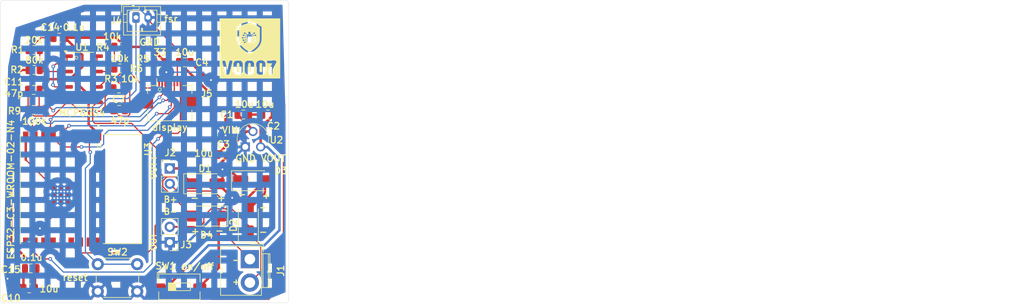
<source format=kicad_pcb>
(kicad_pcb (version 20241229) (generator "pcbnew") (generator_version "9.0")
  (title_block (title "BITE FORCE SENSORY SYSTEM") (date "2025-06-25") (rev "2") (company "VAARIDHI EDUCATIONAL PRODUCTS"))
  (layers (0 "F.Cu" signal) (2 "B.Cu" signal) (13 "F.Paste" user) (15 "B.Paste" user) (5 "F.SilkS" user "F.Silkscreen") (7 "B.SilkS" user "B.Silkscreen") (1 "F.Mask" user) (3 "B.Mask" user) (25 "Edge.Cuts" user))
  (net 0 "")
  (net 1 "/v")
  (net 2 "GND")
  (net 3 "/3.3")
  (net 4 "/3v3")
  (net 5 "Net-(U1C-+)")
  (net 6 "Net-(J4-Pin_1)")
  (net 7 "/v2")
  (net 8 "/V3")
  (net 9 "/+")
  (net 10 "/-")
  (net 11 "/RESET")
  (net 12 "/CS")
  (net 13 "/RS")
  (net 14 "/SDA")
  (net 15 "/SCL")
  (net 16 "Net-(J5-Pin_1)")
  (net 17 "/v0")
  (net 18 "Net-(U1D-+)")
  (net 19 "/en")
  (net 20 "Net-(U1D--)")
  (net 21 "/v1")
  (footprint "Package_SO:SOIC-14_3.9x8.7mm_P1.27mm" (layer "F.Cu") (at 100.46 88.186)
    (property "Reference" "U1" (at 0 -5.28 0) (layer "F.SilkS") (effects (font (size 1.1 1.1) (thickness 0.2) (bold yes))))
    (property "Value" "MCP6004" (at 0 5.542 0) (layer "F.SilkS") (effects (font (size 1.1 1.1) (thickness 0.2))))
    (pad "1" smd roundrect (at -2.475 -3.81) (size 1.95 0.6) (layers "F.Cu" "F.Mask" "F.Paste") (net 21 "/v1"))
    (pad "2" smd roundrect (at -2.475 -2.54) (size 1.95 0.6) (layers "F.Cu" "F.Mask" "F.Paste") (net 21 "/v1"))
    (pad "3" smd roundrect (at -2.475 -1.27) (size 1.95 0.6) (layers "F.Cu" "F.Mask" "F.Paste") (net 17 "/v0"))
    (pad "4" smd roundrect (at -2.475 0) (size 1.95 0.6) (layers "F.Cu" "F.Mask" "F.Paste") (net 4 "/3v3"))
    (pad "5" smd roundrect (at -2.475 1.27) (size 1.95 0.6) (layers "F.Cu" "F.Mask" "F.Paste") (net 21 "/v1"))
    (pad "6" smd roundrect (at -2.475 2.54) (size 1.95 0.6) (layers "F.Cu" "F.Mask" "F.Paste") (net 6 "Net-(J4-Pin_1)"))
    (pad "7" smd roundrect (at -2.475 3.81) (size 1.95 0.6) (layers "F.Cu" "F.Mask" "F.Paste") (net 7 "/v2"))
    (pad "8" smd roundrect (at 2.475 3.81) (size 1.95 0.6) (layers "F.Cu" "F.Mask" "F.Paste") (net 8 "/V3"))
    (pad "9" smd roundrect (at 2.475 2.54) (size 1.95 0.6) (layers "F.Cu" "F.Mask" "F.Paste") (net 8 "/V3"))
    (pad "10" smd roundrect (at 2.475 1.27) (size 1.95 0.6) (layers "F.Cu" "F.Mask" "F.Paste") (net 5 "Net-(U1C-+)"))
    (pad "11" smd roundrect (at 2.475 0) (size 1.95 0.6) (layers "F.Cu" "F.Mask" "F.Paste") (net 2 "GND"))
    (pad "12" smd roundrect (at 2.475 -1.27) (size 1.95 0.6) (layers "F.Cu" "F.Mask" "F.Paste") (net 18 "Net-(U1D-+)"))
    (pad "13" smd roundrect (at 2.475 -2.54) (size 1.95 0.6) (layers "F.Cu" "F.Mask" "F.Paste") (net 20 "Net-(U1D--)"))
    (pad "14" smd roundrect (at 2.475 -3.81) (size 1.95 0.6) (layers "F.Cu" "F.Mask" "F.Paste") (net 20 "Net-(U1D--)"))
  )
  (footprint "Capacitor_SMD:C_0805_2012Metric" (layer "F.Cu") (at 123.762 100.632)
    (property "Reference" "C3" (at 0 -1.68 0) (layer "F.SilkS") (effects (font (size 1.1 1.1) (thickness 0.2))))
    (property "Value" "10u" (at -3.232 -0.204 0) (layer "F.SilkS") (effects (font (size 1.1 1.1) (thickness 0.2))))
    (pad "1" smd roundrect (at -0.95 0) (size 1 1.45) (layers "F.Cu" "F.Mask" "F.Paste") (net 2 "GND"))
    (pad "2" smd roundrect (at 0.95 0) (size 1 1.45) (layers "F.Cu" "F.Mask" "F.Paste") (net 1 "/v"))
  )
  (footprint "Capacitor_SMD:C_0805_2012Metric" (layer "F.Cu") (at 127.064 94.028 180)
    (property "Reference" "C1" (at 2.734 0 0) (layer "F.SilkS") (effects (font (size 1.1 1.1) (thickness 0.2))))
    (property "Value" "10u" (at -0.166 1.7 0) (layer "F.SilkS") (effects (font (size 1.1 1.1) (thickness 0.2))))
    (pad "1" smd roundrect (at -0.95 0 180) (size 1 1.45) (layers "F.Cu" "F.Mask" "F.Paste") (net 2 "GND"))
    (pad "2" smd roundrect (at 0.95 0 180) (size 1 1.45) (layers "F.Cu" "F.Mask" "F.Paste") (net 1 "/v"))
  )
  (footprint "Capacitor_SMD:C_0805_2012Metric" (layer "F.Cu") (at 92.52 89.964 180)
    (property "Reference" "C11" (at 3.29 1.336 0) (layer "F.SilkS") (effects (font (size 1.1 1.1) (thickness 0.2))))
    (property "Value" "47p" (at 3.29 -0.564 0) (layer "F.SilkS") (effects (font (size 1.1 1.1) (thickness 0.2))))
    (pad "1" smd roundrect (at -0.95 0 180) (size 1 1.45) (layers "F.Cu" "F.Mask" "F.Paste") (net 6 "Net-(J4-Pin_1)"))
    (pad "2" smd roundrect (at 0.95 0 180) (size 1 1.45) (layers "F.Cu" "F.Mask" "F.Paste") (net 7 "/v2"))
  )
  (footprint "Connector_PinHeader_2.54mm:PinHeader_1x02_P2.54mm_Vertical" (layer "F.Cu") (at 114.938 115.115 180)
    (property "Reference" "J3" (at -2.692 -0.413 0) (layer "F.SilkS") (effects (font (size 1.1 1.1) (thickness 0.2))))
    (property "Value" "tp4056 pin" (hide yes))
    (pad "1" thru_hole rect (at 0 0 180) (size 1.7 1.7) (drill 1) (layers "*.Cu" "*.Mask") (net 2 "GND"))
    (pad "2" thru_hole circle (at 0 2.54 180) (size 1.7 1.7) (drill 1) (layers "*.Cu" "*.Mask") (net 10 "/-"))
  )
  (footprint "Resistor_SMD:R_0805_2012Metric" (layer "F.Cu") (at 113.3105 85.392)
    (property "Reference" "R5" (at -2.7805 -0.564 0) (layer "F.SilkS") (effects (font (size 1.1 1.1) (thickness 0.2))))
    (property "Value" "33" (at 0.0195 -1.664 0) (layer "F.SilkS") (effects (font (size 1.1 1.1) (thickness 0.2))))
    (pad "1" smd roundrect (at -0.9125 0) (size 1.025 1.4) (layers "F.Cu" "F.Mask" "F.Paste") (roundrect_rratio 0.243902) (net 16 "Net-(J5-Pin_1)"))
    (pad "2" smd roundrect (at 0.9125 0) (size 1.025 1.4) (layers "F.Cu" "F.Mask" "F.Paste") (roundrect_rratio 0.243902) (net 4 "/3v3"))
  )
  (footprint "Resistor_SMD:R_0805_2012Metric" (layer "F.Cu") (at 106.7065 82.852)
    (property "Reference" "R4" (at -2.7765 0.076 0) (layer "F.SilkS") (effects (font (size 1.1 1.1) (thickness 0.2) (bold yes))))
    (property "Value" "10k" (at -1.2765 -1.724 0) (layer "F.SilkS") (effects (font (size 1.1 1.1) (thickness 0.2))))
    (pad "1" smd roundrect (at -0.9125 0) (size 1.025 1.4) (layers "F.Cu" "F.Mask" "F.Paste") (roundrect_rratio 0.243902) (net 18 "Net-(U1D-+)"))
    (pad "2" smd roundrect (at 0.9125 0) (size 1.025 1.4) (layers "F.Cu" "F.Mask" "F.Paste") (roundrect_rratio 0.243902) (net 4 "/3v3"))
  )
  (footprint "Capacitor_SMD:C_0805_2012Metric" (layer "F.Cu") (at 106.5935 93.266 180)
    (property "Reference" "C7" (at 0.0635 1.738 0) (layer "F.SilkS") (effects (font (size 1.1 1.1) (thickness 0.2))))
    (property "Value" "47p" (at -0.1365 -1.762 0) (layer "F.SilkS") (effects (font (size 1.1 1.1) (thickness 0.2))))
    (pad "1" smd roundrect (at -0.95 0 180) (size 1 1.45) (layers "F.Cu" "F.Mask" "F.Paste") (net 5 "Net-(U1C-+)"))
    (pad "2" smd roundrect (at 0.95 0 180) (size 1 1.45) (layers "F.Cu" "F.Mask" "F.Paste") (net 2 "GND"))
  )
  (footprint "Connector_PinHeader_2.54mm:PinHeader_1x02_P2.54mm_Vertical" (layer "F.Cu") (at 114.938 102.918)
    (property "Reference" "J2" (at 0.092 -2.59 0) (layer "F.SilkS") (effects (font (size 1.1 1.1) (thickness 0.2))))
    (property "Value" "tp4056 pin" (hide yes))
    (pad "1" thru_hole rect (at 0 0) (size 1.7 1.7) (drill 1) (layers "*.Cu" "*.Mask") (net 1 "/v"))
    (pad "2" thru_hole circle (at 0 2.54) (size 1.7 1.7) (drill 1) (layers "*.Cu" "*.Mask") (net 9 "/+"))
  )
  (footprint "Button_Switch_SMD:SW_DIP_SPSTx01_Slide_6.7x4.1mm_W6.73mm_P2.54mm_LowProfile_JPin" (layer "F.Cu") (at 116.525 122.476)
    (property "Reference" "SW1" (at -2.267 -3.448 0) (layer "F.SilkS") (effects (font (size 1.1 1.1) (thickness 0.2))))
    (property "Value" "on/off" (at 3.005 -3.348 0) (layer "F.SilkS") (effects (font (size 1.1 1.1) (thickness 0.2))))
    (pad "1" smd roundrect (at -3.365 0) (size 2.16 1.12) (layers "F.Cu" "F.Mask" "F.Paste") (roundrect_rratio 0.223214) (net 3 "/3.3"))
    (pad "2" smd roundrect (at 3.365 0) (size 2.16 1.12) (layers "F.Cu" "F.Mask" "F.Paste") (roundrect_rratio 0.223214) (net 4 "/3v3"))
  )
  (footprint "Capacitor_SMD:C_0805_2012Metric" (layer "F.Cu") (at 117.412 85.392 180)
    (property "Reference" "C4" (at -2.818 -0.036 0) (layer "F.SilkS") (effects (font (size 1.1 1.1) (thickness 0.2))))
    (property "Value" "10u" (at 0 1.68 0) (layer "F.SilkS") (effects (font (size 1.1 1.1) (thickness 0.2))))
    (pad "1" smd roundrect (at -0.95 0 180) (size 1 1.45) (layers "F.Cu" "F.Mask" "F.Paste") (net 2 "GND"))
    (pad "2" smd roundrect (at 0.95 0 180) (size 1 1.45) (layers "F.Cu" "F.Mask" "F.Paste") (net 4 "/3v3"))
  )
  (footprint "Resistor_SMD:R_0805_2012Metric" (layer "F.Cu") (at 106.556 89.71)
    (property "Reference" "R3" (at -1.326 -1.582 0) (layer "F.SilkS") (effects (font (size 1.1 1.1) (thickness 0.2))))
    (property "Value" "10k" (at 1.874 -1.582 0) (layer "F.SilkS") (effects (font (size 1.1 1.1) (thickness 0.2))))
    (pad "1" smd roundrect (at -0.9125 0) (size 1.025 1.4) (layers "F.Cu" "F.Mask" "F.Paste") (roundrect_rratio 0.243902) (net 7 "/v2"))
    (pad "2" smd roundrect (at 0.9125 0) (size 1.025 1.4) (layers "F.Cu" "F.Mask" "F.Paste") (roundrect_rratio 0.243902) (net 5 "Net-(U1C-+)"))
  )
  (footprint "Diode_SMD:D_SMA" (layer "F.Cu") (at 127.892 111.586 90)
    (property "Reference" "D2" (at -0.742 -2.462 90) (layer "F.SilkS") (effects (font (size 1.1 1.1) (thickness 0.2))))
    (property "Value" "D_Schottky" (hide yes))
    (pad "1" smd roundrect (at -2 0 90) (size 2.5 1.8) (layers "F.Cu" "F.Mask" "F.Paste") (roundrect_rratio 0.1388888889) (net 9 "/+"))
    (pad "2" smd roundrect (at 2 0 90) (size 2.5 1.8) (layers "F.Cu" "F.Mask" "F.Paste") (roundrect_rratio 0.1388888889) (net 2 "GND"))
  )
  (footprint "Diode_SMD:D_SMA" (layer "F.Cu") (at 120.748 105.458)
    (property "Reference" "D1" (at 0 -2.5 0) (layer "F.SilkS") (effects (font (size 1.1 1.1) (thickness 0.2))))
    (property "Value" "D_Schottky" (hide yes))
    (pad "1" smd roundrect (at -2 0) (size 2.5 1.8) (layers "F.Cu" "F.Mask" "F.Paste") (roundrect_rratio 0.1388888889) (net 8 "/V3"))
    (pad "2" smd roundrect (at 2 0) (size 2.5 1.8) (layers "F.Cu" "F.Mask" "F.Paste") (roundrect_rratio 0.1388888889) (net 2 "GND"))
  )
  (footprint "Capacitor_SMD:C_0805_2012Metric" (layer "F.Cu") (at 91.758 122.73)
    (property "Reference" "C10" (at -3.028 1.598 0) (layer "F.SilkS") (effects (font (size 1.1 1.1) (thickness 0.2))))
    (property "Value" "10u" (at 3.272 0.098 0) (layer "F.SilkS") (effects (font (size 1.1 1.1) (thickness 0.2))))
    (pad "1" smd roundrect (at -0.95 0) (size 1 1.45) (layers "F.Cu" "F.Mask" "F.Paste") (net 2 "GND"))
    (pad "2" smd roundrect (at 0.95 0) (size 1 1.45) (layers "F.Cu" "F.Mask" "F.Paste") (net 4 "/3v3"))
  )
  (footprint "Resistor_SMD:R_0805_2012Metric" (layer "F.Cu") (at 106.7065 86.408 180)
    (property "Reference" "R6" (at -2.7235 -0.02 0) (layer "F.SilkS") (effects (font (size 1.1 1.1) (thickness 0.2))))
    (property "Value" "10k" (at 0 1.65 0) (layer "F.SilkS") (effects (font (size 1.1 1.1) (thickness 0.2))))
    (pad "1" smd roundrect (at -0.9125 0 180) (size 1.025 1.4) (layers "F.Cu" "F.Mask" "F.Paste") (roundrect_rratio 0.243902) (net 2 "GND"))
    (pad "2" smd roundrect (at 0.9125 0 180) (size 1.025 1.4) (layers "F.Cu" "F.Mask" "F.Paste") (roundrect_rratio 0.243902) (net 18 "Net-(U1D-+)"))
  )
  (footprint "Diode_SMD:D_SMA" (layer "F.Cu") (at 121.002 110.792 180)
    (property "Reference" "D4" (at -0.028 -3.136 0) (layer "F.SilkS") (effects (font (size 1.1 1.1) (thickness 0.2))))
    (property "Value" "D_Schottky" (hide yes))
    (pad "1" smd roundrect (at -2 0 180) (size 2.5 1.8) (layers "F.Cu" "F.Mask" "F.Paste") (roundrect_rratio 0.1388888889) (net 4 "/3v3"))
    (pad "2" smd roundrect (at 2 0 180) (size 2.5 1.8) (layers "F.Cu" "F.Mask" "F.Paste") (roundrect_rratio 0.1388888889) (net 8 "/V3"))
  )
  (footprint "Resistor_SMD:R_0805_2012Metric" (layer "F.Cu") (at 92.586 86.662)
    (property "Reference" "R2" (at -2.856 -0.034 0) (layer "F.SilkS") (effects (font (size 1.1 1.1) (thickness 0.2))))
    (property "Value" "80k" (at 0.044 -1.634 0) (layer "F.SilkS") (effects (font (size 1.1 1.1) (thickness 0.2))))
    (pad "1" smd roundrect (at -0.9125 0) (size 1.025 1.4) (layers "F.Cu" "F.Mask" "F.Paste") (roundrect_rratio 0.243902) (net 4 "/3v3"))
    (pad "2" smd roundrect (at 0.9125 0) (size 1.025 1.4) (layers "F.Cu" "F.Mask" "F.Paste") (roundrect_rratio 0.243902) (net 17 "/v0"))
  )
  (footprint "Button_Switch_THT:SW_PUSH_6mm" (layer "F.Cu") (at 103.063 118.738)
    (property "Reference" "SW2" (at 3.25 -2 0) (layer "F.SilkS") (effects (font (size 1.1 1.1) (thickness 0.2))))
    (property "Value" "reset" (at -3.733 2.19 0) (layer "F.SilkS") (effects (font (size 1.1 1.1) (thickness 0.2))))
    (pad "1" thru_hole circle (at 0 0 90) (size 2 2) (drill 1.1) (layers "*.Cu" "*.Mask") (net 19 "/en"))
    (pad "1" thru_hole circle (at 6.5 0 90) (size 2 2) (drill 1.1) (layers "*.Cu" "*.Mask") (net 19 "/en"))
    (pad "2" thru_hole circle (at 0 4.5 90) (size 2 2) (drill 1.1) (layers "*.Cu" "*.Mask") (net 2 "GND"))
    (pad "2" thru_hole circle (at 6.5 4.5 90) (size 2 2) (drill 1.1) (layers "*.Cu" "*.Mask") (net 2 "GND"))
  )
  (footprint "Capacitor_SMD:C_0805_2012Metric" (layer "F.Cu") (at 96.716 81.328 180)
    (property "Reference" "C14" (at 1.486 1.7 0) (layer "F.SilkS") (effects (font (size 1.1 1.1) (thickness 0.2))))
    (property "Value" "0.1u" (at -2.414 1.7 0) (layer "F.SilkS") (effects (font (size 1.1 1.1) (thickness 0.2))))
    (pad "1" smd roundrect (at -0.95 0 180) (size 1 1.45) (layers "F.Cu" "F.Mask" "F.Paste") (net 4 "/3v3"))
    (pad "2" smd roundrect (at 0.95 0 180) (size 1 1.45) (layers "F.Cu" "F.Mask" "F.Paste") (net 2 "GND"))
  )
  (footprint "Diode_SMD:D_SMA" (layer "F.Cu") (at 128.622 104.95)
    (property "Reference" "D3" (at 4.608 -1.65 0) (layer "F.SilkS") (effects (font (size 1.1 1.1) (thickness 0.2))))
    (property "Value" "D_Zener" (hide yes))
    (pad "1" smd roundrect (at -2 0) (size 2.5 1.8) (layers "F.Cu" "F.Mask" "F.Paste") (roundrect_rratio 0.1388888889) (net 1 "/v"))
    (pad "2" smd roundrect (at 2 0) (size 2.5 1.8) (layers "F.Cu" "F.Mask" "F.Paste") (roundrect_rratio 0.1388888889) (net 2 "GND"))
  )
  (footprint "Capacitor_SMD:C_0805_2012Metric" (layer "F.Cu") (at 92.012 119.428)
    (property "Reference" "C15" (at -3.282 0.2 0) (layer "F.SilkS") (effects (font (size 1.1 1.1) (thickness 0.2))))
    (property "Value" "0.1u" (at 0.118 -1.8 0) (layer "F.SilkS") (effects (font (size 1.1 1.1) (thickness 0.2))))
    (pad "1" smd roundrect (at -0.95 0) (size 1 1.45) (layers "F.Cu" "F.Mask" "F.Paste") (net 2 "GND"))
    (pad "2" smd roundrect (at 0.95 0) (size 1 1.45) (layers "F.Cu" "F.Mask" "F.Paste") (net 4 "/3v3"))
  )
  (footprint "Connector:JWT_A3963_1x02_P3.96mm_Vertical" (layer "F.Cu") (at 128.146 117.904 -90)
    (property "Reference" "J1" (at 1.91 -5.08 90) (layer "F.SilkS") (effects (font (size 1.1 1.1) (thickness 0.2))))
    (property "Value" "lipo bat" (hide yes))
    (pad "1" thru_hole rect (at 0 0 270) (size 3 3) (drill 1.75) (layers "*.Cu" "*.Mask") (net 10 "/-"))
    (pad "2" thru_hole circle (at 3.88 0 270) (size 3 3) (drill 1.75) (layers "*.Cu" "*.Mask") (net 9 "/+"))
  )
  (footprint "v0007 d:v0007d logo.pretty" (layer "F.Cu") (at 128.146 83.106)
    (property "Reference" "G***" (hide yes))
    (property "Value" "LOGO" (hide yes))
  )
  (footprint "mcp1700:TO127P254X495-3" (layer "F.Cu") (at 129.924 96.822)
    (property "Reference" "U2" (at 2.606 1.406 0) (layer "F.SilkS") (effects (font (size 1.1 1.1) (thickness 0.2))))
    (property "Value" "MCP1700-3302E_TO")
    (pad "1" thru_hole rect (at -2.54 2.54) (size 1.4986 1.4986) (drill 0.9906) (layers "*.Cu" "*.Mask") (net 2 "GND"))
    (pad "2" thru_hole circle (at -1.27 0) (size 1.4986 1.4986) (drill 0.9906) (layers "*.Cu" "*.Mask") (net 1 "/v"))
    (pad "3" thru_hole circle (at 0 2.54) (size 1.4986 1.4986) (drill 0.9906) (layers "*.Cu" "*.Mask") (net 3 "/3.3"))
  )
  (footprint "Resistor_SMD:R_0805_2012Metric" (layer "F.Cu") (at 92.586 83.36 180)
    (property "Reference" "R1" (at 2.756 0.032 0) (layer "F.SilkS") (effects (font (size 1.1 1.1) (thickness 0.2))))
    (property "Value" "20k" (at 0.056 1.632 0) (layer "F.SilkS") (effects (font (size 1.1 1.1) (thickness 0.2))))
    (pad "1" smd roundrect (at -0.9125 0 180) (size 1.025 1.4) (layers "F.Cu" "F.Mask" "F.Paste") (roundrect_rratio 0.243902) (net 17 "/v0"))
    (pad "2" smd roundrect (at 0.9125 0 180) (size 1.025 1.4) (layers "F.Cu" "F.Mask" "F.Paste") (roundrect_rratio 0.243902) (net 2 "GND"))
  )
  (footprint "connec:Hirose_FH12-8S-0.5SH_1x08-1MP_P0.50mm_Horizontal" (layer "F.Cu") (at 114.938 90.538)
    (property "Reference" "J5" (at 6.092 0.04 0) (layer "F.SilkS") (effects (font (size 1.1 1.1) (thickness 0.2))))
    (property "Value" "display" (at 0 5.6 0) (layer "F.SilkS") (effects (font (size 1.1 1.1) (thickness 0.2))))
    (pad "1" smd rect (at -1.75 -1.85) (size 0.3 1.3) (layers "F.Cu" "F.Mask" "F.Paste") (net 16 "Net-(J5-Pin_1)"))
    (pad "2" smd rect (at -1.25 -1.85) (size 0.3 1.3) (layers "F.Cu" "F.Mask" "F.Paste") (net 2 "GND"))
    (pad "3" smd rect (at -0.75 -1.85) (size 0.3 1.3) (layers "F.Cu" "F.Mask" "F.Paste") (net 11 "/RESET"))
    (pad "4" smd rect (at -0.25 -1.85) (size 0.3 1.3) (layers "F.Cu" "F.Mask" "F.Paste") (net 13 "/RS"))
    (pad "5" smd rect (at 0.25 -1.85) (size 0.3 1.3) (layers "F.Cu" "F.Mask" "F.Paste") (net 14 "/SDA"))
    (pad "6" smd rect (at 0.75 -1.85) (size 0.3 1.3) (layers "F.Cu" "F.Mask" "F.Paste") (net 15 "/SCL"))
    (pad "7" smd rect (at 1.25 -1.85) (size 0.3 1.3) (layers "F.Cu" "F.Mask" "F.Paste") (net 4 "/3v3"))
    (pad "8" smd rect (at 1.75 -1.85) (size 0.3 1.3) (layers "F.Cu" "F.Mask" "F.Paste") (net 12 "/CS"))
    (pad "MP" smd rect (at -3.65 1.4) (size 1.8 2.2) (layers "F.Cu" "F.Mask" "F.Paste"))
    (pad "MP" smd rect (at 3.65 1.4) (size 1.8 2.2) (layers "F.Cu" "F.Mask" "F.Paste"))
  )
  (footprint "Capacitor_SMD:C_0805_2012Metric" (layer "F.Cu") (at 131.128 94.028 180)
    (property "Reference" "C2" (at -0.902 -1.9 0) (layer "F.SilkS") (effects (font (size 1.1 1.1) (thickness 0.2))))
    (property "Value" "10u" (at 0.498 1.7 0) (layer "F.SilkS") (effects (font (size 1.1 1.1) (thickness 0.2))))
    (pad "1" smd roundrect (at -0.95 0 180) (size 1 1.45) (layers "F.Cu" "F.Mask" "F.Paste") (net 3 "/3.3"))
    (pad "2" smd roundrect (at 0.95 0 180) (size 1 1.45) (layers "F.Cu" "F.Mask" "F.Paste") (net 2 "GND"))
  )
  (footprint "Library:MODULE_ESP32-C3-WROOM-02-H4" (layer "F.Cu") (at 100.292 106.334 -90)
    (property "Reference" "U3" (at -6.575 -11.085 90) (layer "F.SilkS") (effects (font (size 1.1 1.1) (thickness 0.2))))
    (property "Value" "ESP32-C3-WROOM-02-N4" (at 0.094 11.562 90) (layer "F.SilkS") (effects (font (size 1.1 1.1) (thickness 0.2))))
    (pad "1" smd rect (at -8.75 -2.9 270) (size 1.5 0.9) (layers "F.Cu" "F.Mask" "F.Paste") (net 4 "/3v3"))
    (pad "2" smd rect (at -8.75 -1.4 270) (size 1.5 0.9) (layers "F.Cu" "F.Mask" "F.Paste") (net 19 "/en"))
    (pad "3" smd rect (at -8.75 0.1 270) (size 1.5 0.9) (layers "F.Cu" "F.Mask" "F.Paste"))
    (pad "4" smd rect (at -8.75 1.6 270) (size 1.5 0.9) (layers "F.Cu" "F.Mask" "F.Paste"))
    (pad "5" smd rect (at -8.75 3.1 270) (size 1.5 0.9) (layers "F.Cu" "F.Mask" "F.Paste") (net 15 "/SCL"))
    (pad "6" smd rect (at -8.75 4.6 270) (size 1.5 0.9) (layers "F.Cu" "F.Mask" "F.Paste") (net 14 "/SDA"))
    (pad "7" smd rect (at -8.75 6.1 270) (size 1.5 0.9) (layers "F.Cu" "F.Mask" "F.Paste") (net 11 "/RESET"))
    (pad "8" smd rect (at -8.75 7.6 270) (size 1.5 0.9) (layers "F.Cu" "F.Mask" "F.Paste") (net 13 "/RS"))
    (pad "9" smd rect (at -8.75 9.1 270) (size 1.5 0.9) (layers "F.Cu" "F.Mask" "F.Paste") (net 2 "GND"))
    (pad "10" smd rect (at 8.75 9.1 270) (size 1.5 0.9) (layers "F.Cu" "F.Mask" "F.Paste") (net 12 "/CS"))
    (pad "11" smd rect (at 8.75 7.6 270) (size 1.5 0.9) (layers "F.Cu" "F.Mask" "F.Paste"))
    (pad "12" smd rect (at 8.75 6.1 270) (size 1.5 0.9) (layers "F.Cu" "F.Mask" "F.Paste"))
    (pad "13" smd rect (at 8.75 4.6 270) (size 1.5 0.9) (layers "F.Cu" "F.Mask" "F.Paste"))
    (pad "14" smd rect (at 8.75 3.1 270) (size 1.5 0.9) (layers "F.Cu" "F.Mask" "F.Paste"))
    (pad "15" smd rect (at 8.75 1.6 270) (size 1.5 0.9) (layers "F.Cu" "F.Mask" "F.Paste") (net 8 "/V3"))
    (pad "16" smd rect (at 8.75 0.1 270) (size 1.5 0.9) (layers "F.Cu" "F.Mask" "F.Paste"))
    (pad "17" smd rect (at 8.75 -1.4 270) (size 1.5 0.9) (layers "F.Cu" "F.Mask" "F.Paste"))
    (pad "18" smd rect (at 8.75 -2.9 270) (size 1.5 0.9) (layers "F.Cu" "F.Mask" "F.Paste"))
    (pad "19" smd rect (at -0.14 2.2 270) (size 0.7 0.7) (layers "F.Cu" "F.Mask" "F.Paste") (net 2 "GND"))
    (pad "20" smd rect (at 0.96 2.2 270) (size 0.7 0.7) (layers "F.Cu" "F.Mask" "F.Paste") (net 2 "GND"))
    (pad "21" smd rect (at 2.06 2.2 270) (size 0.7 0.7) (layers "F.Cu" "F.Mask" "F.Paste") (net 2 "GND"))
    (pad "22" smd rect (at -0.14 3.3 270) (size 0.7 0.7) (layers "F.Cu" "F.Mask" "F.Paste") (net 2 "GND"))
    (pad "23" smd rect (at 0.96 3.3 270) (size 0.7 0.7) (layers "F.Cu" "F.Mask" "F.Paste") (net 2 "GND"))
    (pad "24" smd rect (at 2.06 3.3 270) (size 0.7 0.7) (layers "F.Cu" "F.Mask" "F.Paste") (net 2 "GND"))
    (pad "25" smd rect (at -0.14 4.4 270) (size 0.7 0.7) (layers "F.Cu" "F.Mask" "F.Paste") (net 2 "GND"))
    (pad "26" smd rect (at 0.96 4.4 270) (size 0.7 0.7) (layers "F.Cu" "F.Mask" "F.Paste") (net 2 "GND"))
    (pad "27" smd rect (at 2.06 4.4 270) (size 0.7 0.7) (layers "F.Cu" "F.Mask" "F.Paste") (net 2 "GND"))
    (pad "28" thru_hole circle (at 0.41 2.2 270) (size 0.6 0.6) (drill 0.3) (layers "*.Cu") (net 2 "GND"))
    (pad "29" thru_hole circle (at 1.51 2.2 270) (size 0.6 0.6) (drill 0.3) (layers "*.Cu") (net 2 "GND"))
    (pad "30" thru_hole circle (at -0.14 2.75 270) (size 0.6 0.6) (drill 0.3) (layers "*.Cu") (net 2 "GND"))
    (pad "31" thru_hole circle (at 0.96 2.75 270) (size 0.6 0.6) (drill 0.3) (layers "*.Cu") (net 2 "GND"))
    (pad "32" thru_hole circle (at 2.06 2.75 270) (size 0.6 0.6) (drill 0.3) (layers "*.Cu") (net 2 "GND"))
    (pad "33" thru_hole circle (at 0.41 3.3 270) (size 0.6 0.6) (drill 0.3) (layers "*.Cu") (net 2 "GND"))
    (pad "34" thru_hole circle (at 1.51 3.3 270) (size 0.6 0.6) (drill 0.3) (layers "*.Cu") (net 2 "GND"))
    (pad "35" thru_hole circle (at -0.14 3.85 270) (size 0.6 0.6) (drill 0.3) (layers "*.Cu") (net 2 "GND"))
    (pad "36" thru_hole circle (at 0.96 3.85 270) (size 0.6 0.6) (drill 0.3) (layers "*.Cu") (net 2 "GND"))
    (pad "37" thru_hole circle (at 2.06 3.85 270) (size 0.6 0.6) (drill 0.3) (layers "*.Cu") (net 2 "GND"))
    (pad "38" thru_hole circle (at 0.41 4.4 270) (size 0.6 0.6) (drill 0.3) (layers "*.Cu") (net 2 "GND"))
    (pad "39" thru_hole circle (at 1.51 4.4 270) (size 0.6 0.6) (drill 0.3) (layers "*.Cu") (net 2 "GND"))
    (zone (net 0) (net_name "") (layer "B.Cu") (connect_pads (clearance 0)) (min_thickness 0.01)
      (keepout (tracks not_allowed) (vias not_allowed) (pads not_allowed) (copperpour not_allowed) (footprints allowed))
      (fill (thermal_gap 0.508) (thermal_bridge_width 0.508))
      (polygon (pts (xy 110.292 97.334) (xy 110.292 115.334) (xy 104.292 115.334) (xy 104.292 97.334)))
    )
  )
  (footprint "Resistor_SMD:R_0805_2012Metric" (layer "F.Cu") (at 92.4825 93.266 180)
    (property "Reference" "R9" (at 3.1525 -0.162 0) (layer "F.SilkS") (effects (font (size 1.1 1.1) (thickness 0.2))))
    (property "Value" "100k" (at -0.1475 -1.862 0) (layer "F.SilkS") (effects (font (size 1.1 1.1) (thickness 0.2))))
    (pad "1" smd roundrect (at -0.9125 0 180) (size 1.025 1.4) (layers "F.Cu" "F.Mask" "F.Paste") (roundrect_rratio 0.243902) (net 6 "Net-(J4-Pin_1)"))
    (pad "2" smd roundrect (at 0.9125 0 180) (size 1.025 1.4) (layers "F.Cu" "F.Mask" "F.Paste") (roundrect_rratio 0.243902) (net 7 "/v2"))
  )
  (footprint "Connector_JST:JST_PH_B2B-PH-K_1x02_P2.00mm_Vertical" (layer "F.Cu") (at 109.366 77.984)
    (property "Reference" "J4" (at -3.236 0.544 0) (layer "F.SilkS") (effects (font (size 1.1 1.1) (thickness 0.2))))
    (property "Value" "fsr" (at 5.764 0.244 0) (layer "F.SilkS") (effects (font (size 1.1 1.1) (thickness 0.2))))
    (pad "1" thru_hole roundrect (at 0 0) (size 1.2 1.75) (drill 0.75) (layers "*.Cu" "*.Mask") (roundrect_rratio 0.208333) (net 6 "Net-(J4-Pin_1)"))
    (pad "2" thru_hole oval (at 2 0) (size 1.2 1.75) (drill 0.75) (layers "*.Cu" "*.Mask") (net 2 "GND"))
  )
  (gr_circle (center 113.28 89.878) (end 113.03 89.878) (stroke (width 0.1)) (fill no) (layer "F.SilkS"))
  (gr_circle (center 99.53 84.628) (end 99.53 84.378) (stroke (width 0.1)) (fill no) (layer "F.SilkS"))
  (gr_circle (center 103.28 99.128) (end 103.03 99.378) (stroke (width 0.1)) (fill no) (layer "F.SilkS"))
  (gr_arc (start 87.03 75.628) (mid 87.176447 75.274447) (end 87.53 75.128) (stroke (width 0.05)) (layer "Edge.Cuts"))
  (gr_arc (start 87.53 125.128) (mid 87.176447 124.981553) (end 87.03 124.628) (stroke (width 0.05)) (layer "Edge.Cuts"))
  (gr_line (start 87.53 125.128) (end 134.03 125.128) (stroke (width 0.05)) (layer "Edge.Cuts"))
  (gr_line (start 134.53 124.628) (end 134.53 75.628) (stroke (width 0.05)) (layer "Edge.Cuts"))
  (gr_arc (start 134.53 124.628) (mid 134.383553 124.981553) (end 134.03 125.128) (stroke (width 0.05)) (layer "Edge.Cuts"))
  (gr_line (start 87.03 75.628) (end 87.03 124.628) (stroke (width 0.05)) (layer "Edge.Cuts"))
  (gr_arc (start 134.03 75.128) (mid 134.383553 75.274447) (end 134.53 75.628) (stroke (width 0.05)) (layer "Edge.Cuts"))
  (gr_line (start 134.03 75.128) (end 87.53 75.128) (stroke (width 0.05)) (layer "Edge.Cuts"))
  (gr_text "VOUT" (at 129.83 101.928 0) (layer "F.SilkS") (effects (font (size 1.1 1.1) (thickness 0.2)) (justify left bottom)))
  (gr_text "VIN" (at 123.43 97.228 0) (layer "F.SilkS") (effects (font (size 1.1 1.1) (thickness 0.2)) (justify left bottom)))
  (gr_text "B+" (at 113.83 108.628 0) (layer "F.SilkS") (effects (font (size 1 1) (thickness 0.2) (bold yes)) (justify left bottom)))
  (gr_text "OUT+" (at 112.83 104.828 90) (layer "F.SilkS") (effects (font (size 1 1) (thickness 0.2) (bold yes)) (justify left bottom)))
  (gr_text "-" (at 125.13 118.628 0) (layer "F.SilkS") (effects (font (size 1 1) (thickness 0.2) (bold yes)) (justify left bottom)))
  (gr_text "+" (at 130.03 108.028 0) (layer "F.SilkS") (effects (font (size 1.1 1.1) (thickness 0.2)) (justify left bottom)))
  (gr_text "B-" (at 113.83 110.628 0) (layer "F.SilkS") (effects (font (size 1 1) (thickness 0.2) (bold yes)) (justify left bottom)))
  (gr_text "-" (at 122.33 113.828 0) (layer "F.SilkS") (effects (font (size 1.1 1.1) (thickness 0.2)) (justify left bottom)))
  (gr_text "GND" (at 109.83 82.728 0) (layer "F.SilkS") (effects (font (size 1.1 1.1) (thickness 0.2)) (justify left bottom)))
  (gr_text "OUT-" (at 112.83 116.628 90) (layer "F.SilkS") (effects (font (size 1 1) (thickness 0.2) (bold yes)) (justify left bottom)))
  (gr_text "-" (at 126.03 107.828 0) (layer "F.SilkS") (effects (font (size 1.1 1.1) (thickness 0.2)) (justify left bottom)))
  (gr_text "-" (at 118.23 108.428 0) (layer "F.SilkS") (effects (font (size 1.1 1.1) (thickness 0.2)) (justify left bottom)))
  (gr_text "+" (at 130.93 110.228 90) (layer "F.SilkS") (effects (font (size 1.1 1.1) (thickness 0.2)) (justify left bottom)))
  (gr_text "+" (at 122.63 108.428 0) (layer "F.SilkS") (effects (font (size 1.1 1.1) (thickness 0.2)) (justify left bottom)))
  (gr_text "GND" (at 125.63 101.928 0) (layer "F.SilkS") (effects (font (size 1.1 1.1) (thickness 0.2)) (justify left bottom)))
  (gr_text "+" (at 118.33 113.928 0) (layer "F.SilkS") (effects (font (size 1.1 1.1) (thickness 0.2)) (justify left bottom)))
  (gr_text "+" (at 125.13 122.228 0) (layer "F.SilkS") (effects (font (size 1 1) (thickness 0.2) (bold yes)) (justify left bottom)))
  (gr_text "-" (at 129.53 114.028 0) (layer "F.SilkS") (effects (font (size 1.1 1.1) (thickness 0.2)) (justify left bottom)))
  (segment (start 124.712 103.04) (end 126.622 104.95) (width 0.4) (layer "F.Cu") (net 1))
  (segment (start 124.712 100.632) (end 124.712 99.696) (width 0.4) (layer "F.Cu") (net 1))
  (segment (start 128.654 96.822) (end 128.654 96.568) (width 0.4) (layer "F.Cu") (net 1))
  (segment (start 128.654 96.568) (end 126.114 94.028) (width 0.4) (layer "F.Cu") (net 1))
  (segment (start 124.712 99.696) (end 127.586 96.822) (width 0.4) (layer "F.Cu") (net 1))
  (segment (start 127.586 96.822) (end 128.654 96.822) (width 0.4) (layer "F.Cu") (net 1))
  (segment (start 122.426 102.918) (end 124.712 100.632) (width 0.4) (layer "F.Cu") (net 1))
  (segment (start 114.938 102.918) (end 122.426 102.918) (width 0.4) (layer "F.Cu") (net 1))
  (segment (start 124.712 100.632) (end 124.712 103.04) (width 0.4) (layer "F.Cu") (net 1))
  (segment (start 128.014 94.028) (end 130.178 94.028) (width 0.4) (layer "F.Cu") (net 2))
  (segment (start 107.619 86.408) (end 110.85 89.639) (width 0.2) (layer "F.Cu") (net 2))
  (segment (start 88.18 121.128) (end 89.206 121.128) (width 0.4) (layer "F.Cu") (net 2))
  (segment (start 103.235 87.886) (end 102.935 88.186) (width 0.2) (layer "F.Cu") (net 2))
  (segment (start 92.456 124.378) (end 101.923 124.378) (width 0.4) (layer "F.Cu") (net 2))
  (segment (start 125.23 107.778) (end 127.794 107.778) (width 0.4) (layer "F.Cu") (net 2))
  (segment (start 126.888 92.902) (end 125.58742 92.902) (width 0.4) (layer "F.Cu") (net 2))
  (segment (start 113.688 89.47) (end 113.688 88.688) (width 0.2) (layer "F.Cu") (net 2))
  (segment (start 106.141 87.886) (end 103.235 87.886) (width 0.2) (layer "F.Cu") (net 2))
  (segment (start 124.13 99.314) (end 122.812 100.632) (width 0.4) (layer "F.Cu") (net 2))
  (segment (start 90.808 122.73) (end 92.456 124.378) (width 0.4) (layer "F.Cu") (net 2))
  (segment (start 122.91 105.458) (end 125.23 107.778) (width 0.4) (layer "F.Cu") (net 2))
  (segment (start 106.6695 94.292) (end 108.02866 94.292) (width 0.2) (layer "F.Cu") (net 2))
  (segment (start 89.206 121.128) (end 90.808 122.73) (width 0.4) (layer "F.Cu") (net 2))
  (segment (start 123.63 104.576) (end 122.748 105.458) (width 0.4) (layer "F.Cu") (net 2))
  (segment (start 91.192 97.584) (end 91.192 101.494) (width 0.4) (layer "F.Cu") (net 2))
  (segment (start 128.014 94.028) (end 126.888 92.902) (width 0.4) (layer "F.Cu") (net 2))
  (segment (start 101.923 124.378) (end 103.063 123.238) (width 0.4) (layer "F.Cu") (net 2))
  (segment (start 107.619 86.408) (end 106.141 87.886) (width 0.2) (layer "F.Cu") (net 2))
  (segment (start 93.7055 81.328) (end 95.766 81.328) (width 0.2) (layer "F.Cu") (net 2))
  (segment (start 91.6735 83.36) (end 93.7055 81.328) (width 0.2) (layer "F.Cu") (net 2))
  (segment (start 91.192 101.494) (end 95.892 106.194) (width 0.2) (layer "F.Cu") (net 2))
  (segment (start 124.13 94.35942) (end 124.13 97.478) (width 0.4) (layer "F.Cu") (net 2))
  (segment (start 90.808 122.73) (end 90.808 119.682) (width 0.4) (layer "F.Cu") (net 2))
  (segment (start 125.58742 92.902) (end 124.13 94.35942) (width 0.4) (layer "F.Cu") (net 2))
  (segment (start 123.63 103.078) (end 123.63 104.576) (width 0.4) (layer "F.Cu") (net 2))
  (segment (start 113.519 89.639) (end 113.688 89.47) (width 0.2) (layer "F.Cu") (net 2))
  (segment (start 90.808 119.682) (end 91.062 119.428) (width 0.4) (layer "F.Cu") (net 2))
  (segment (start 124.13 97.478) (end 124.13 99.314) (width 0.4) (layer "F.Cu") (net 2))
  (segment (start 105.6435 93.266) (end 106.6695 94.292) (width 0.2) (layer "F.Cu") (net 2))
  (segment (start 130.622 107.046) (end 127.892 109.776) (width 0.4) (layer "F.Cu") (net 2))
  (segment (start 110.85 89.639) (end 113.519 89.639) (width 0.2) (layer "F.Cu") (net 2))
  (segment (start 122.748 105.458) (end 122.91 105.458) (width 0.4) (layer "F.Cu") (net 2))
  (segment (start 108.02866 94.292) (end 108.3445 93.97616) (width 0.2) (layer "F.Cu") (net 2))
  (segment (start 113.688 87.72) (end 114.38 87.028) (width 0.2) (layer "F.Cu") (net 2))
  (segment (start 113.688 88.688) (end 113.688 87.72) (width 0.2) (layer "F.Cu") (net 2))
  (segment (start 96.98 79.478) (end 96.83 79.628) (width 0.2) (layer "F.Cu") (net 2))
  (segment (start 96.83 79.628) (end 96.83 80.264) (width 0.2) (layer "F.Cu") (net 2))
  (segment (start 111.366 78.396) (end 111.366 77.984) (width 0.2) (layer "F.Cu") (net 2))
  (segment (start 108.3445 93.97616) (end 108.3445 87.1335) (width 0.2) (layer "F.Cu") (net 2))
  (segment (start 95.892 110.466) (end 93.53 112.828) (width 0.4) (layer "F.Cu") (net 2))
  (segment (start 96.83 80.264) (end 95.766 81.328) (width 0.2) (layer "F.Cu") (net 2))
  (segment (start 108.3445 87.1335) (end 107.619 86.408) (width 0.2) (layer "F.Cu") (net 2))
  (segment (start 130.622 104.95) (end 130.622 107.046) (width 0.4) (layer "F.Cu") (net 2))
  (segment (start 118.362 85.392) (end 111.366 78.396) (width 0.2) (layer "F.Cu") (net 2))
  (segment (start 95.892 108.394) (end 95.892 110.466) (width 0.4) (layer "F.Cu") (net 2))
  (segment (start 121.73 88.328) (end 121.298 88.328) (width 0.4) (layer "F.Cu") (net 2))
  (segment (start 127.794 107.778) (end 130.622 104.95) (width 0.4) (layer "F.Cu") (net 2))
  (segment (start 121.298 88.328) (end 118.362 85.392) (width 0.4) (layer "F.Cu") (net 2))
  (via (at 96.98 79.478) (size 0.6) (drill 0.3) (layers "F.Cu" "B.Cu") (net 2))
  (via (at 88.18 121.128) (size 0.6) (drill 0.3) (layers "F.Cu" "B.Cu") (net 2))
  (via (at 125.23 107.778) (size 0.6) (drill 0.3) (layers "F.Cu" "B.Cu") (net 2))
  (via (at 93.53 112.828) (size 0.6) (drill 0.3) (layers "F.Cu" "B.Cu") (net 2))
  (via (at 124.13 97.478) (size 0.6) (drill 0.3) (layers "F.Cu" "B.Cu") (net 2))
  (via (at 114.38 87.028) (size 0.6) (drill 0.3) (layers "F.Cu" "B.Cu") (net 2))
  (via (at 123.63 103.078) (size 0.6) (drill 0.3) (layers "F.Cu" "B.Cu") (net 2))
  (via (at 121.73 88.328) (size 0.6) (drill 0.3) (layers "F.Cu" "B.Cu") (net 2))
  (segment (start 127.384 99.362) (end 127.346 99.362) (width 0.4) (layer "B.Cu") (net 2))
  (segment (start 117.88 115.128) (end 125.23 107.778) (width 0.4) (layer "B.Cu") (net 2))
  (segment (start 127.346 99.362) (end 123.63 103.078) (width 0.4) (layer "B.Cu") (net 2))
  (segment (start 111.366 77.984) (end 110.19 76.808) (width 0.2) (layer "B.Cu") (net 2))
  (segment (start 110.19 76.808) (end 99.65 76.808) (width 0.2) (layer "B.Cu") (net 2))
  (segment (start 88.18 118.178) (end 88.18 121.128) (width 0.4) (layer "B.Cu") (net 2))
  (segment (start 126.03 97.378) (end 124.23 97.378) (width 0.4) (layer "B.Cu") (net 2))
  (segment (start 114.38 87.028) (end 120.43 87.028) (width 0.2) (layer "B.Cu") (net 2))
  (segment (start 99.65 76.808) (end 96.98 79.478) (width 0.2) (layer "B.Cu") (net 2))
  (segment (start 93.53 112.828) (end 88.18 118.178) (width 0.4) (layer "B.Cu") (net 2))
  (segment (start 124.13 97.478) (end 121.73 95.078) (width 0.4) (layer "B.Cu") (net 2))
  (segment (start 127.384 98.732) (end 126.03 97.378) (width 0.4) (layer "B.Cu") (net 2))
  (segment (start 114.74 115.128) (end 117.88 115.128) (width 0.4) (layer "B.Cu") (net 2))
  (segment (start 109.563 123.238) (end 115.192 117.609) (width 0.3) (layer "B.Cu") (net 2))
  (segment (start 121.73 95.078) (end 121.73 88.328) (width 0.4) (layer "B.Cu") (net 2))
  (segment (start 127.384 99.362) (end 127.384 98.732) (width 0.4) (layer "B.Cu") (net 2))
  (segment (start 115.192 117.609) (end 115.192 115.115) (width 0.3) (layer "B.Cu") (net 2))
  (segment (start 124.23 97.378) (end 124.13 97.478) (width 0.4) (layer "B.Cu") (net 2))
  (segment (start 120.43 87.028) (end 121.73 88.328) (width 0.2) (layer "B.Cu") (net 2))
  (segment (start 129.924 96.182) (end 132.078 94.028) (width 0.4) (layer "F.Cu") (net 3))
  (segment (start 114.482 122.476) (end 117.68 119.278) (width 0.4) (layer "F.Cu") (net 3))
  (segment (start 129.924 99.362) (end 129.924 96.182) (width 0.4) (layer "F.Cu") (net 3))
  (segment (start 113.16 122.476) (end 114.482 122.476) (width 0.4) (layer "F.Cu") (net 3))
  (via (at 117.68 119.278) (size 0.6) (drill 0.3) (layers "F.Cu" "B.Cu") (net 3))
  (segment (start 133.03 101.378) (end 131.014 99.362) (width 0.4) (layer "B.Cu") (net 3))
  (segment (start 117.68 119.278) (end 121.33 115.628) (width 0.4) (layer "B.Cu") (net 3))
  (segment (start 121.33 115.628) (end 130.53 115.628) (width 0.4) (layer "B.Cu") (net 3))
  (segment (start 133.03 113.128) (end 133.03 101.378) (width 0.4) (layer "B.Cu") (net 3))
  (segment (start 130.53 115.628) (end 133.03 113.128) (width 0.4) (layer "B.Cu") (net 3))
  (segment (start 131.014 99.362) (end 129.924 99.362) (width 0.4) (layer "B.Cu") (net 3))
  (segment (start 133.78 92.378) (end 133.78 121.878) (width 0.4) (layer "F.Cu") (net 4))
  (segment (start 97.985 88.186) (end 98.959999 88.186) (width 0.4) (layer "F.Cu") (net 4))
  (segment (start 121.948 90.878) (end 132.28 90.878) (width 0.4) (layer "F.Cu") (net 4))
  (segment (start 101.559 95.651) (end 103.192 97.284) (width 0.4) (layer "F.Cu") (net 4))
  (segment (start 92.708 122.73) (end 92.708 119.682) (width 0.4) (layer "F.Cu") (net 4))
  (segment (start 131.231 124.427) (end 121.841 124.427) (width 0.4) (layer "F.Cu") (net 4))
  (segment (start 98.959999 88.186) (end 101.559 90.785001) (width 0.4) (layer "F.Cu") (net 4))
  (segment (start 98.473388 88.186) (end 97.985 88.186) (width 0.4) (layer "F.Cu") (net 4))
  (segment (start 88.78 88.378) (end 90.496 86.662) (width 0.4) (layer "F.Cu") (net 4))
  (segment (start 107.619 82.852) (end 111.683 82.852) (width 0.4) (layer "F.Cu") (net 4))
  (segment (start 116.188 85.666) (end 116.188 88.688) (width 0.2) (layer "F.Cu") (net 4))
  (segment (start 97.666 81.328) (end 106.095 81.328) (width 0.4) (layer "F.Cu") (net 4))
  (segment (start 88.78 115.246) (end 88.78 88.378) (width 0.4) (layer "F.Cu") (net 4))
  (segment (start 114.223 85.392) (end 116.462 85.392) (width 0.4) (layer "F.Cu") (net 4))
  (segment (start 103.192 97.284) (end 103.192 97.584) (width 0.4) (layer "F.Cu") (net 4))
  (segment (start 132.28 90.878) (end 133.78 92.378) (width 0.4) (layer "F.Cu") (net 4))
  (segment (start 93.1975 88.186) (end 97.985 88.186) (width 0.4) (layer "F.Cu") (net 4))
  (segment (start 92.962 119.428) (end 88.78 115.246) (width 0.4) (layer "F.Cu") (net 4))
  (segment (start 133.78 121.878) (end 131.231 124.427) (width 0.4) (layer "F.Cu") (net 4))
  (segment (start 100.53 86.129388) (end 98.473388 88.186) (width 0.4) (layer "F.Cu") (net 4))
  (segment (start 106.095 81.328) (end 107.619 82.852) (width 0.4) (layer "F.Cu") (net 4))
  (segment (start 100.53 84.192) (end 100.53 86.129388) (width 0.4) (layer "F.Cu") (net 4))
  (segment (start 123.002 119.364) (end 123.002 110.792) (width 0.4) (layer "F.Cu") (net 4))
  (segment (start 91.6735 86.662) (end 93.1975 88.186) (width 0.4) (layer "F.Cu") (net 4))
  (segment (start 90.496 86.662) (end 91.6735 86.662) (width 0.4) (layer "F.Cu") (net 4))
  (segment (start 97.666 81.328) (end 100.53 84.192) (width 0.4) (layer "F.Cu") (net 4))
  (segment (start 116.462 85.392) (end 116.188 85.666) (width 0.2) (layer "F.Cu") (net 4))
  (segment (start 119.89 122.476) (end 123.002 119.364) (width 0.4) (layer "F.Cu") (net 4))
  (segment (start 121.841 124.427) (end 119.89 122.476) (width 0.4) (layer "F.Cu") (net 4))
  (segment (start 111.683 82.852) (end 114.223 85.392) (width 0.4) (layer "F.Cu") (net 4))
  (segment (start 101.559 90.785001) (end 101.559 95.651) (width 0.4) (layer "F.Cu") (net 4))
  (segment (start 116.462 85.392) (end 121.948 90.878) (width 0.4) (layer "F.Cu") (net 4))
  (segment (start 92.708 119.682) (end 92.962 119.428) (width 0.4) (layer "F.Cu") (net 4))
  (segment (start 104.359968 88.378) (end 103.281968 89.456) (width 0.2) (layer "F.Cu") (net 5))
  (segment (start 107.4685 89.71) (end 106.1365 88.378) (width 0.2) (layer "F.Cu") (net 5))
  (segment (start 106.1365 88.378) (end 104.359968 88.378) (width 0.2) (layer "F.Cu") (net 5))
  (segment (start 107.5435 89.785) (end 107.4685 89.71) (width 0.2) (layer "F.Cu") (net 5))
  (segment (start 103.281968 89.456) (end 102.935 89.456) (width 0.2) (layer "F.Cu") (net 5))
  (segment (start 107.5435 93.266) (end 107.5435 89.785) (width 0.2) (layer "F.Cu") (net 5))
  (segment (start 94.232 90.726) (end 97.985 90.726) (width 0.2) (layer "F.Cu") (net 6))
  (segment (start 93.47 89.964) (end 94.232 90.726) (width 0.2) (layer "F.Cu") (net 6))
  (segment (start 93.395 90.039) (end 93.47 89.964) (width 0.2) (layer "F.Cu") (net 6))
  (segment (start 94.98 92.628) (end 95.73 93.378) (width 0.2) (layer "F.Cu") (net 6))
  (segment (start 93.395 93.266) (end 94.033 92.628) (width 0.2) (layer "F.Cu") (net 6))
  (segment (start 93.395 93.266) (end 93.395 90.039) (width 0.2) (layer "F.Cu") (net 6))
  (segment (start 94.033 92.628) (end 94.98 92.628) (width 0.2) (layer "F.Cu") (net 6))
  (via (at 95.73 93.378) (size 0.6) (drill 0.3) (layers "F.Cu" "B.Cu") (net 6))
  (segment (start 95.73 93.378) (end 96.23 92.878) (width 0.2) (layer "B.Cu") (net 6))
  (segment (start 96.23 92.878) (end 103.28 92.878) (width 0.2) (layer "B.Cu") (net 6))
  (segment (start 104.78 91.378) (end 108.03 91.378) (width 0.2) (layer "B.Cu") (net 6))
  (segment (start 108.03 91.378) (end 109.366 90.042) (width 0.2) (layer "B.Cu") (net 6))
  (segment (start 109.366 90.042) (end 109.366 77.984) (width 0.2) (layer "B.Cu") (net 6))
  (segment (start 103.28 92.878) (end 104.78 91.378) (width 0.2) (layer "B.Cu") (net 6))
  (segment (start 100.78 93.478) (end 100.03 93.478) (width 0.2) (layer "F.Cu") (net 7))
  (segment (start 102.829 93.478) (end 103.479 93.478) (width 0.2) (layer "F.Cu") (net 7))
  (segment (start 104.28 92.677) (end 104.28 91.0735) (width 0.2) (layer "F.Cu") (net 7))
  (segment (start 95.714 94.267) (end 97.985 91.996) (width 0.2) (layer "F.Cu") (net 7))
  (segment (start 92.571 94.267) (end 95.714 94.267) (width 0.2) (layer "F.Cu") (net 7))
  (segment (start 100.03 93.478) (end 98.548 91.996) (width 0.2) (layer "F.Cu") (net 7))
  (segment (start 91.57 89.964) (end 91.57 93.266) (width 0.2) (layer "F.Cu") (net 7))
  (segment (start 103.479 93.478) (end 104.28 92.677) (width 0.2) (layer "F.Cu") (net 7))
  (segment (start 91.57 93.266) (end 92.571 94.267) (width 0.2) (layer "F.Cu") (net 7))
  (segment (start 104.28 91.0735) (end 105.6435 89.71) (width 0.2) (layer "F.Cu") (net 7))
  (segment (start 98.548 91.996) (end 97.985 91.996) (width 0.2) (layer "F.Cu") (net 7))
  (via (at 102.829 93.478) (size 0.6) (drill 0.3) (layers "F.Cu" "B.Cu") (net 7))
  (via (at 100.78 93.478) (size 0.6) (drill 0.3) (layers "F.Cu" "B.Cu") (net 7))
  (segment (start 100.78 93.478) (end 102.829 93.478) (width 0.2) (layer "B.Cu") (net 7))
  (segment (start 108.631 95.479) (end 113.03 99.878) (width 0.2) (layer "F.Cu") (net 8))
  (segment (start 114.116 110.792) (end 112.53 112.378) (width 0.2) (layer "F.Cu") (net 8))
  (segment (start 102.581057 95.479) (end 108.631 95.479) (width 0.2) (layer "F.Cu") (net 8))
  (segment (start 102.229 92.702) (end 102.229 95.126943) (width 0.2) (layer "F.Cu") (net 8))
  (segment (start 117.597 104.307) (end 114.46124 104.307) (width 0.2) (layer "F.Cu") (net 8))
  (segment (start 112.53 112.378) (end 112.53 115.628) (width 0.2) (layer "F.Cu") (net 8))
  (segment (start 113.03 103.378) (end 113.959 104.307) (width 0.2) (layer "F.Cu") (net 8))
  (segment (start 113.03 99.878) (end 113.03 103.378) (width 0.2) (layer "F.Cu") (net 8))
  (segment (start 113.787 104.98124) (end 114.46124 104.307) (width 0.2) (layer "F.Cu") (net 8))
  (segment (start 118.64424 110.792) (end 113.787 105.93476) (width 0.2) (layer "F.Cu") (net 8))
  (segment (start 119.002 110.792) (end 114.116 110.792) (width 0.2) (layer "F.Cu") (net 8))
  (segment (start 98.692 115.54) (end 98.692 115.084) (width 0.2) (layer "F.Cu") (net 8))
  (segment (start 118.748 105.458) (end 117.597 104.307) (width 0.2) (layer "F.Cu") (net 8))
  (segment (start 113.787 105.93476) (end 113.787 104.98124) (width 0.2) (layer "F.Cu") (net 8))
  (segment (start 102.229 95.126943) (end 102.581057 95.479) (width 0.2) (layer "F.Cu") (net 8))
  (segment (start 102.935 91.996) (end 102.229 92.702) (width 0.2) (layer "F.Cu") (net 8))
  (segment (start 102.935 90.726) (end 102.935 91.996) (width 0.2) (layer "F.Cu") (net 8))
  (segment (start 111.28 116.878) (end 100.03 116.878) (width 0.2) (layer "F.Cu") (net 8))
  (segment (start 119.002 110.792) (end 118.64424 110.792) (width 0.2) (layer "F.Cu") (net 8))
  (segment (start 112.53 115.628) (end 111.28 116.878) (width 0.2) (layer "F.Cu") (net 8))
  (segment (start 113.959 104.307) (end 114.46124 104.307) (width 0.2) (layer "F.Cu") (net 8))
  (segment (start 100.03 116.878) (end 98.692 115.54) (width 0.2) (layer "F.Cu") (net 8))
  (segment (start 129.947 115.641) (end 127.892 113.586) (width 0.2) (layer "F.Cu") (net 9))
  (segment (start 122.215 106.659) (end 116.139 106.659) (width 0.2) (layer "F.Cu") (net 9))
  (segment (start 128.146 121.784) (end 129.947 119.983) (width 0.2) (layer "F.Cu") (net 9))
  (segment (start 129.947 119.983) (end 129.947 115.641) (width 0.2) (layer "F.Cu") (net 9))
  (segment (start 127.892 112.336) (end 122.215 106.659) (width 0.2) (layer "F.Cu") (net 9))
  (segment (start 127.892 113.586) (end 127.892 112.336) (width 0.2) (layer "F.Cu") (net 9))
  (segment (start 116.139 106.659) (end 114.938 105.458) (width 0.2) (layer "F.Cu") (net 9))
  (segment (start 124.553 114.311) (end 124.553 109.90684) (width 0.2) (layer "F.Cu") (net 10))
  (segment (start 120.553 110.80484) (end 120.553 111.855) (width 0.2) (layer "F.Cu") (net 10))
  (segment (start 124.553 109.90684) (end 124.23716 109.591) (width 0.2) (layer "F.Cu") (net 10))
  (segment (start 128.146 117.904) (end 124.553 114.311) (width 0.2) (layer "F.Cu") (net 10))
  (segment (start 119.833 112.575) (end 115.192 112.575) (width 0.3) (layer "F.Cu") (net 10))
  (segment (start 120.553 111.855) (end 119.833 112.575) (width 0.3) (layer "F.Cu") (net 10))
  (segment (start 121.76684 109.591) (end 120.553 110.80484) (width 0.2) (layer "F.Cu") (net 10))
  (segment (start 124.23716 109.591) (end 121.76684 109.591) (width 0.2) (layer "F.Cu") (net 10))
  (segment (start 114.188 88.688) (end 114.188 90.22) (width 0.2) (layer "F.Cu") (net 11))
  (segment (start 95.28 94.867) (end 95.28 95.928) (width 0.2) (layer "F.Cu") (net 11))
  (segment (start 94.192 97.016) (end 94.192 97.584) (width 0.2) (layer "F.Cu") (net 11))
  (segment (start 95.28 95.928) (end 94.192 97.016) (width 0.2) (layer "F.Cu") (net 11))
  (segment (start 114.188 90.22) (end 113.23 91.178) (width 0.2) (layer "F.Cu") (net 11))
  (via (at 95.28 94.867) (size 0.6) (drill 0.3) (layers "F.Cu" "B.Cu") (net 11))
  (via (at 113.23 91.178) (size 0.6) (drill 0.3) (layers "F.Cu" "B.Cu") (net 11))
  (segment (start 95.769 94.378) (end 110.03 94.378) (width 0.2) (layer "B.Cu") (net 11))
  (segment (start 110.03 94.378) (end 113.23 91.178) (width 0.2) (layer "B.Cu") (net 11))
  (segment (start 95.28 94.867) (end 95.769 94.378) (width 0.2) (layer "B.Cu") (net 11))
  (segment (start 116.688 96.72) (end 116.28 97.128) (width 0.2) (layer "F.Cu") (net 12))
  (segment (start 95.23 117.878) (end 93.684 117.878) (width 0.2) (layer "F.Cu") (net 12))
  (segment (start 93.684 117.878) (end 91.192 115.386) (width 0.2) (layer "F.Cu") (net 12))
  (segment (start 113.93 97.128) (end 113.03 98.028) (width 0.2) (layer "F.Cu") (net 12))
  (segment (start 116.28 97.128) (end 113.93 97.128) (width 0.2) (layer "F.Cu") (net 12))
  (segment (start 91.192 115.386) (end 91.192 115.084) (width 0.2) (layer "F.Cu") (net 12))
  (segment (start 116.688 88.688) (end 116.688 96.72) (width 0.2) (layer "F.Cu") (net 12))
  (via (at 113.03 98.028) (size 0.6) (drill 0.3) (layers "F.Cu" "B.Cu") (net 12))
  (via (at 95.23 117.878) (size 0.6) (drill 0.3) (layers "F.Cu" "B.Cu") (net 12))
  (segment (start 110.619 120.039) (end 97.391 120.039) (width 0.2) (layer "B.Cu") (net 12))
  (segment (start 112.03 118.628) (end 110.619 120.039) (width 0.2) (layer "B.Cu") (net 12))
  (segment (start 97.391 120.039) (end 95.23 117.878) (width 0.2) (layer "B.Cu") (net 12))
  (segment (start 112.03 99.028) (end 112.03 118.628) (width 0.2) (layer "B.Cu") (net 12))
  (segment (start 113.03 98.028) (end 112.03 99.028) (width 0.2) (layer "B.Cu") (net 12))
  (segment (start 113.849168 91.684592) (end 114.473408 91.684592) (width 0.2) (layer "F.Cu") (net 13))
  (segment (start 92.692 97.216) (end 92.692 97.584) (width 0.2) (layer "F.Cu") (net 13))
  (segment (start 114.473408 91.684592) (end 114.688 91.47) (width 0.2) (layer "F.Cu") (net 13))
  (segment (start 92.28 96.804) (end 92.692 97.216) (width 0.2) (layer "F.Cu") (net 13))
  (segment (start 92.28 95.128) (end 92.28 96.804) (width 0.2) (layer "F.Cu") (net 13))
  (segment (start 114.688 91.47) (end 114.688 88.688) (width 0.2) (layer "F.Cu") (net 13))
  (via (at 92.28 95.128) (size 0.6) (drill 0.3) (layers "F.Cu" "B.Cu") (net 13))
  (via (at 113.849168 91.684592) (size 0.6) (drill 0.3) (layers "F.Cu" "B.Cu") (net 13))
  (segment (start 93.78 94.628) (end 92.78 94.628) (width 0.2) (layer "B.Cu") (net 13))
  (segment (start 95.868943 95.128) (end 95.528943 95.468) (width 0.2) (layer "B.Cu") (net 13))
  (segment (start 113.849168 91.684592) (end 113.40576 92.128) (width 0.2) (layer "B.Cu") (net 13))
  (segment (start 92.78 94.628) (end 92.28 95.128) (width 0.2) (layer "B.Cu") (net 13))
  (segment (start 94.62 95.468) (end 93.78 94.628) (width 0.2) (layer "B.Cu") (net 13))
  (segment (start 113.40576 92.128) (end 113.03 92.128) (width 0.2) (layer "B.Cu") (net 13))
  (segment (start 95.868943 95.128) (end 110.03 95.128) (width 0.2) (layer "B.Cu") (net 13))
  (segment (start 95.528943 95.468) (end 94.62 95.468) (width 0.2) (layer "B.Cu") (net 13))
  (segment (start 113.03 92.128) (end 110.03 95.128) (width 0.2) (layer "B.Cu") (net 13))
  (segment (start 115.188 88.688) (end 115.188 92.52) (width 0.2) (layer "F.Cu") (net 14))
  (segment (start 100.38 99.378) (end 97.186 99.378) (width 0.2) (layer "F.Cu") (net 14))
  (segment (start 95.692 97.884) (end 95.692 97.584) (width 0.2) (layer "F.Cu") (net 14))
  (segment (start 115.188 92.52) (end 114.93 92.778) (width 0.2) (layer "F.Cu") (net 14))
  (segment (start 97.186 99.378) (end 95.692 97.884) (width 0.2) (layer "F.Cu") (net 14))
  (via (at 114.93 92.778) (size 0.6) (drill 0.3) (layers "F.Cu" "B.Cu") (net 14))
  (via (at 100.38 99.378) (size 0.6) (drill 0.3) (layers "F.Cu" "B.Cu") (net 14))
  (segment (start 104.855164 96.628) (end 104.03 97.453164) (width 0.2) (layer "B.Cu") (net 14))
  (segment (start 104.03 97.453164) (end 104.03 98.878) (width 0.2) (layer "B.Cu") (net 14))
  (segment (start 114.93 92.978) (end 111.28 96.628) (width 0.2) (layer "B.Cu") (net 14))
  (segment (start 103.53 99.378) (end 100.38 99.378) (width 0.2) (layer "B.Cu") (net 14))
  (segment (start 114.93 92.778) (end 114.93 92.978) (width 0.2) (layer "B.Cu") (net 14))
  (segment (start 111.28 96.628) (end 104.855164 96.628) (width 0.2) (layer "B.Cu") (net 14))
  (segment (start 104.03 98.878) (end 103.53 99.378) (width 0.2) (layer "B.Cu") (net 14))
  (segment (start 115.688 92.869943) (end 114.679943 93.878) (width 0.2) (layer "F.Cu") (net 15))
  (segment (start 98.33 95.878) (end 97.192 97.016) (width 0.2) (layer "F.Cu") (net 15))
  (segment (start 114.679943 93.878) (end 112.78 93.878) (width 0.2) (layer "F.Cu") (net 15))
  (segment (start 97.192 97.016) (end 97.192 97.584) (width 0.2) (layer "F.Cu") (net 15))
  (segment (start 115.688 88.688) (end 115.688 92.869943) (width 0.2) (layer "F.Cu") (net 15))
  (via (at 98.33 95.878) (size 0.6) (drill 0.3) (layers "F.Cu" "B.Cu") (net 15))
  (via (at 112.78 93.878) (size 0.6) (drill 0.3) (layers "F.Cu" "B.Cu") (net 15))
  (segment (start 110.78 95.878) (end 98.33 95.878) (width 0.2) (layer "B.Cu") (net 15))
  (segment (start 112.78 93.878) (end 110.78 95.878) (width 0.2) (layer "B.Cu") (net 15))
  (segment (start 112.398 87.898) (end 113.188 88.688) (width 0.2) (layer "F.Cu") (net 16))
  (segment (start 112.398 85.392) (end 112.398 87.898) (width 0.2) (layer "F.Cu") (net 16))
  (segment (start 97.985 86.916) (end 93.7525 86.916) (width 0.2) (layer "F.Cu") (net 17))
  (segment (start 93.4985 86.662) (end 93.4985 83.36) (width 0.2) (layer "F.Cu") (net 17))
  (segment (start 93.7525 86.916) (end 93.4985 86.662) (width 0.2) (layer "F.Cu") (net 17))
  (segment (start 105.286 86.916) (end 105.794 86.408) (width 0.2) (layer "F.Cu") (net 18))
  (segment (start 102.935 86.916) (end 105.286 86.916) (width 0.2) (layer "F.Cu") (net 18))
  (segment (start 105.794 86.408) (end 105.794 82.852) (width 0.2) (layer "F.Cu") (net 18))
  (segment (start 101.83 100.228) (end 101.692 100.09) (width 0.2) (layer "F.Cu") (net 19))
  (segment (start 101.692 100.09) (end 101.692 97.584) (width 0.2) (layer "F.Cu") (net 19))
  (via (at 101.83 100.228) (size 0.6) (drill 0.3) (layers "F.Cu" "B.Cu") (net 19))
  (segment (start 101.03 116.705) (end 101.03 102.878) (width 0.2) (layer "B.Cu") (net 19))
  (segment (start 103.063 118.738) (end 101.03 116.705) (width 0.2) (layer "B.Cu") (net 19))
  (segment (start 101.83 102.078) (end 101.83 100.228) (width 0.2) (layer "B.Cu") (net 19))
  (segment (start 109.563 118.738) (end 103.063 118.738) (width 0.2) (layer "B.Cu") (net 19))
  (segment (start 101.03 102.878) (end 101.83 102.078) (width 0.2) (layer "B.Cu") (net 19))
  (segment (start 102.935 84.376) (end 102.935 85.646) (width 0.2) (layer "F.Cu") (net 20))
  (segment (start 97.985 85.646) (end 96.162 85.646) (width 0.2) (layer "F.Cu") (net 21))
  (segment (start 95.68 89.128) (end 96.008 89.456) (width 0.2) (layer "F.Cu") (net 21))
  (segment (start 96.162 85.646) (end 95.73 86.078) (width 0.2) (layer "F.Cu") (net 21))
  (segment (start 97.985 84.376) (end 97.985 85.646) (width 0.2) (layer "F.Cu") (net 21))
  (segment (start 96.008 89.456) (end 97.985 89.456) (width 0.2) (layer "F.Cu") (net 21))
  (via (at 95.73 86.078) (size 0.6) (drill 0.3) (layers "F.Cu" "B.Cu") (net 21))
  (via (at 95.68 89.128) (size 0.6) (drill 0.3) (layers "F.Cu" "B.Cu") (net 21))
  (segment (start 95.73 86.078) (end 95.73 89.078) (width 0.2) (layer "B.Cu") (net 21))
  (segment (start 95.73 89.078) (end 95.68 89.128) (width 0.2) (layer "B.Cu") (net 21))
  (zone (net 2) (net_name "GND") (layer "B.Cu") (connect_pads (clearance 0.5)) (min_thickness 0.25) (fill yes (mode hatch) (thermal_gap 0.5) (thermal_bridge_width 0.5) (hatch_thickness 1) (hatch_gap 1.5) (hatch_orientation 0) (hatch_border_algorithm hatch_thickness) (hatch_min_hole_area 0.3))
    (polygon (pts (xy 89.53 79.628) (xy 100.78 75.878) (xy 133.53 75.878) (xy 134.28 103.628) (xy 134.03 123.378) (xy 130.28 124.878) (xy 99.03 124.878) (xy 88.28 124.628) (xy 87.53 119.628) (xy 88.28 86.128)))
  )
)
</source>
